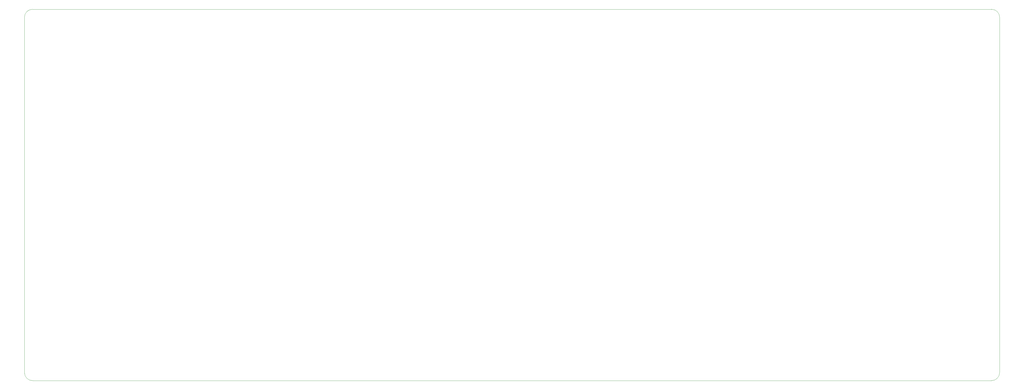
<source format=gbr>
%TF.GenerationSoftware,KiCad,Pcbnew,9.0.2*%
%TF.CreationDate,2025-07-01T21:42:39+02:00*%
%TF.ProjectId,TKL_PCB,544b4c5f-5043-4422-9e6b-696361645f70,rev?*%
%TF.SameCoordinates,Original*%
%TF.FileFunction,Profile,NP*%
%FSLAX46Y46*%
G04 Gerber Fmt 4.6, Leading zero omitted, Abs format (unit mm)*
G04 Created by KiCad (PCBNEW 9.0.2) date 2025-07-01 21:42:39*
%MOMM*%
%LPD*%
G01*
G04 APERTURE LIST*
%TA.AperFunction,Profile*%
%ADD10C,0.050000*%
%TD*%
G04 APERTURE END LIST*
D10*
X366093750Y-147637500D02*
X10143750Y-147637500D01*
X369093750Y-12525000D02*
X369093750Y-144637500D01*
X369093750Y-144637500D02*
G75*
G02*
X366093750Y-147637450I-2999950J0D01*
G01*
X10143750Y-147637500D02*
G75*
G02*
X7143750Y-144637500I0J3000000D01*
G01*
X10143750Y-9525000D02*
X366093750Y-9525000D01*
X7143750Y-144637500D02*
X7143750Y-12525000D01*
X366093750Y-9525000D02*
G75*
G02*
X369093700Y-12525000I-50J-3000000D01*
G01*
X7143750Y-12525000D02*
G75*
G02*
X10143750Y-9525000I3000000J0D01*
G01*
M02*

</source>
